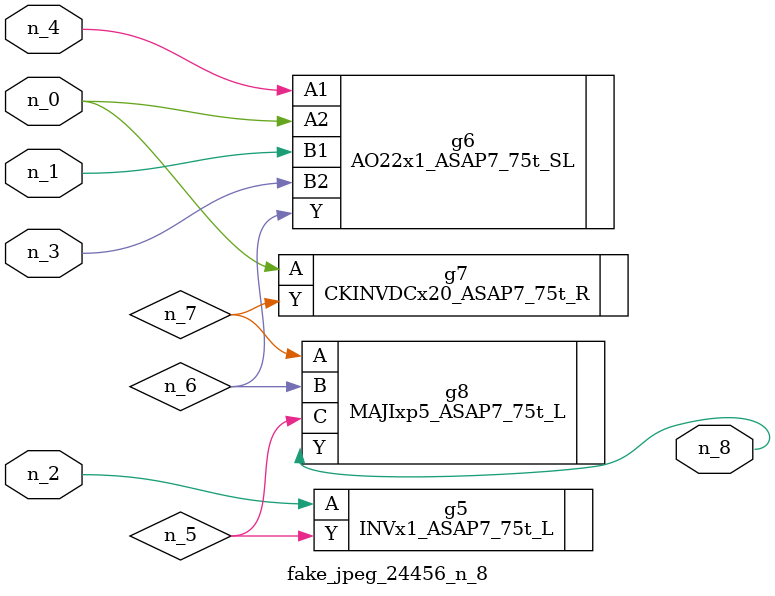
<source format=v>
module fake_jpeg_24456_n_8 (n_3, n_2, n_1, n_0, n_4, n_8);

input n_3;
input n_2;
input n_1;
input n_0;
input n_4;

output n_8;

wire n_6;
wire n_5;
wire n_7;

INVx1_ASAP7_75t_L g5 ( 
.A(n_2),
.Y(n_5)
);

AO22x1_ASAP7_75t_SL g6 ( 
.A1(n_4),
.A2(n_0),
.B1(n_1),
.B2(n_3),
.Y(n_6)
);

CKINVDCx20_ASAP7_75t_R g7 ( 
.A(n_0),
.Y(n_7)
);

MAJIxp5_ASAP7_75t_L g8 ( 
.A(n_7),
.B(n_6),
.C(n_5),
.Y(n_8)
);


endmodule
</source>
